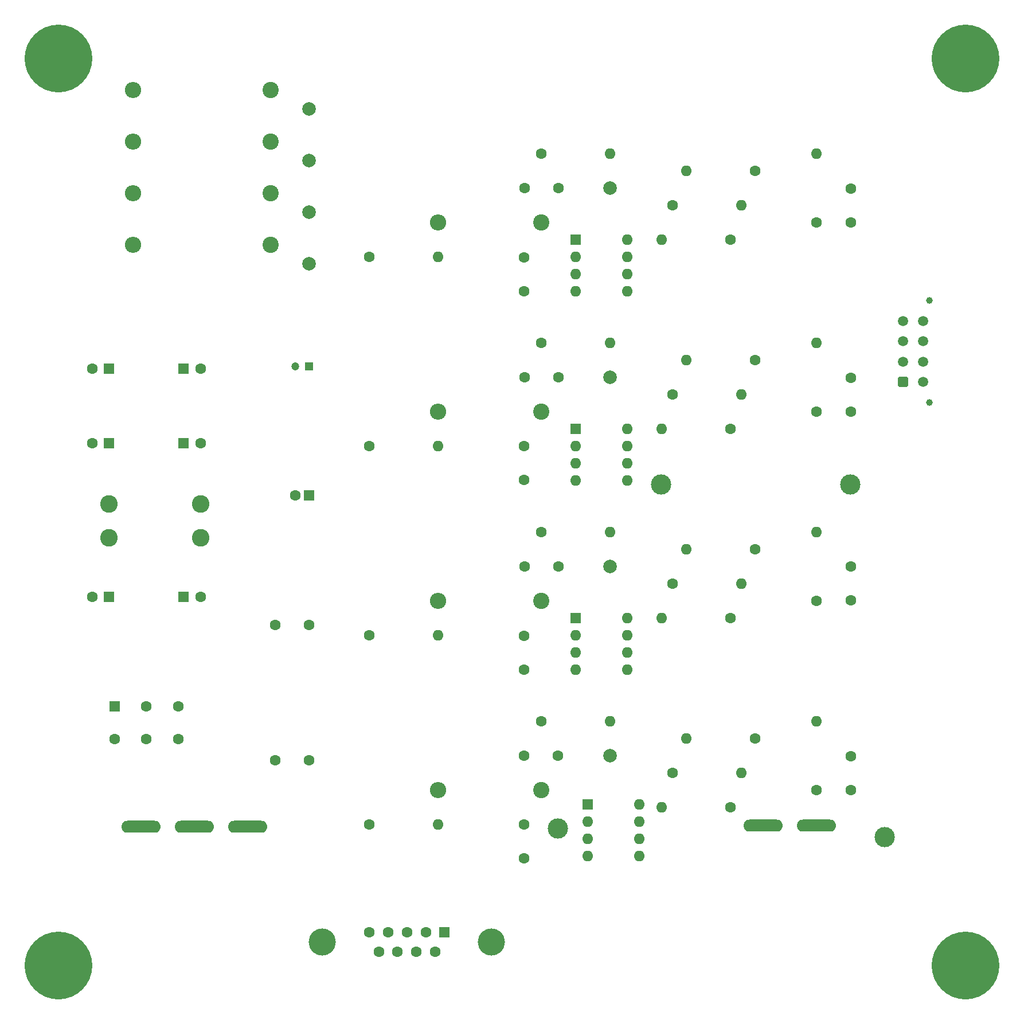
<source format=gbr>
%TF.GenerationSoftware,KiCad,Pcbnew,(7.0.0-0)*%
%TF.CreationDate,2024-05-06T17:20:27-04:00*%
%TF.ProjectId,BFieldArduino,42466965-6c64-4417-9264-75696e6f2e6b,rev?*%
%TF.SameCoordinates,Original*%
%TF.FileFunction,Soldermask,Bot*%
%TF.FilePolarity,Negative*%
%FSLAX46Y46*%
G04 Gerber Fmt 4.6, Leading zero omitted, Abs format (unit mm)*
G04 Created by KiCad (PCBNEW (7.0.0-0)) date 2024-05-06 17:20:27*
%MOMM*%
%LPD*%
G01*
G04 APERTURE LIST*
G04 Aperture macros list*
%AMRoundRect*
0 Rectangle with rounded corners*
0 $1 Rounding radius*
0 $2 $3 $4 $5 $6 $7 $8 $9 X,Y pos of 4 corners*
0 Add a 4 corners polygon primitive as box body*
4,1,4,$2,$3,$4,$5,$6,$7,$8,$9,$2,$3,0*
0 Add four circle primitives for the rounded corners*
1,1,$1+$1,$2,$3*
1,1,$1+$1,$4,$5*
1,1,$1+$1,$6,$7*
1,1,$1+$1,$8,$9*
0 Add four rect primitives between the rounded corners*
20,1,$1+$1,$2,$3,$4,$5,0*
20,1,$1+$1,$4,$5,$6,$7,0*
20,1,$1+$1,$6,$7,$8,$9,0*
20,1,$1+$1,$8,$9,$2,$3,0*%
G04 Aperture macros list end*
%ADD10C,3.000000*%
%ADD11O,5.842000X1.778000*%
%ADD12C,1.600000*%
%ADD13O,1.600000X1.600000*%
%ADD14C,10.000000*%
%ADD15R,1.600000X1.600000*%
%ADD16C,2.400000*%
%ADD17O,2.400000X2.400000*%
%ADD18C,2.000000*%
%ADD19R,1.200000X1.200000*%
%ADD20C,1.200000*%
%ADD21C,1.500000*%
%ADD22RoundRect,0.250001X0.499999X-0.499999X0.499999X0.499999X-0.499999X0.499999X-0.499999X-0.499999X0*%
%ADD23C,1.000000*%
%ADD24C,2.600000*%
%ADD25C,4.000000*%
G04 APERTURE END LIST*
D10*
%TO.C,H8*%
X154740000Y-134730000D03*
%TD*%
%TO.C,H7*%
X203000000Y-136000000D03*
%TD*%
%TO.C,H6*%
X197920000Y-83930000D03*
%TD*%
%TO.C,H5*%
X169980000Y-83930000D03*
%TD*%
D11*
%TO.C,U12*%
X185062999Y-134297299D03*
X192936999Y-134297299D03*
%TD*%
D12*
%TO.C,C7*%
X118020000Y-124695000D03*
X113020000Y-124695000D03*
%TD*%
%TO.C,R14*%
X171720000Y-70620000D03*
D13*
X181879999Y-70619999D03*
%TD*%
D14*
%TO.C,H4*%
X215000000Y-155000000D03*
%TD*%
D15*
%TO.C,U3*%
X157439999Y-75699999D03*
D13*
X157439999Y-78239999D03*
X157439999Y-80779999D03*
X157439999Y-83319999D03*
X165059999Y-83319999D03*
X165059999Y-80779999D03*
X165059999Y-78239999D03*
X165059999Y-75699999D03*
%TD*%
D12*
%TO.C,C19*%
X198080000Y-40220000D03*
X198080000Y-45220000D03*
%TD*%
%TO.C,R11*%
X183880000Y-37580000D03*
D13*
X173719999Y-37579999D03*
%TD*%
D12*
%TO.C,R8*%
X152360000Y-118880000D03*
D13*
X162519999Y-118879999D03*
%TD*%
D16*
%TO.C,R3*%
X152360000Y-73160000D03*
D17*
X137119999Y-73159999D03*
%TD*%
D12*
%TO.C,R22*%
X171720000Y-126500000D03*
D13*
X181879999Y-126499999D03*
%TD*%
%TO.C,U7*%
X166819999Y-131199999D03*
X166819999Y-133739999D03*
X166819999Y-136279999D03*
X166819999Y-138819999D03*
X159199999Y-138819999D03*
X159199999Y-136279999D03*
X159199999Y-133739999D03*
D15*
X159199999Y-131199999D03*
%TD*%
D12*
%TO.C,R24*%
X193000000Y-129040000D03*
D13*
X192999999Y-118879999D03*
%TD*%
D12*
%TO.C,C20*%
X198080000Y-68160000D03*
X198080000Y-73160000D03*
%TD*%
D16*
%TO.C,R28*%
X112340000Y-25640000D03*
D17*
X92019999Y-25639999D03*
%TD*%
D15*
%TO.C,C3*%
X88519999Y-66819999D03*
D12*
X86020000Y-66820000D03*
%TD*%
%TO.C,C18*%
X149820000Y-134120000D03*
X149820000Y-139120000D03*
%TD*%
%TO.C,C16*%
X149820000Y-111260000D03*
X149820000Y-106260000D03*
%TD*%
D14*
%TO.C,H3*%
X81000000Y-155000000D03*
%TD*%
D12*
%TO.C,C13*%
X154900000Y-68080000D03*
X149900000Y-68080000D03*
%TD*%
%TO.C,R31*%
X126960000Y-106180000D03*
D13*
X137119999Y-106179999D03*
%TD*%
D12*
%TO.C,R18*%
X171720000Y-98560000D03*
D13*
X181879999Y-98559999D03*
%TD*%
D12*
%TO.C,R20*%
X193000000Y-101100000D03*
D13*
X192999999Y-90939999D03*
%TD*%
D18*
%TO.C,TP7*%
X162520000Y-96020000D03*
%TD*%
D19*
%TO.C,C10*%
X118019999Y-66499999D03*
D20*
X116020000Y-66500000D03*
%TD*%
D18*
%TO.C,TP1*%
X118020000Y-51360000D03*
%TD*%
D12*
%TO.C,C22*%
X198080000Y-124040000D03*
X198080000Y-129040000D03*
%TD*%
D14*
%TO.C,H2*%
X81000000Y-21000000D03*
%TD*%
D11*
%TO.C,U11*%
X93251999Y-134499999D03*
X101125999Y-134499999D03*
X108999999Y-134499999D03*
%TD*%
D16*
%TO.C,R5*%
X152360000Y-101100000D03*
D17*
X137119999Y-101099999D03*
%TD*%
D12*
%TO.C,C12*%
X149820000Y-55380000D03*
X149820000Y-50380000D03*
%TD*%
D21*
%TO.C,J2*%
X208720000Y-59780000D03*
X208720000Y-62780000D03*
X208720000Y-65780000D03*
X208720000Y-68780000D03*
X205720000Y-59780000D03*
X205720000Y-62780000D03*
X205720000Y-65780000D03*
D22*
X205720000Y-68780000D03*
D23*
X209660000Y-56780000D03*
X209660000Y-71780000D03*
%TD*%
D18*
%TO.C,TP8*%
X162520000Y-123960000D03*
%TD*%
D14*
%TO.C,H1*%
X215000000Y-21000000D03*
%TD*%
D18*
%TO.C,TP2*%
X118020000Y-43740000D03*
%TD*%
D12*
%TO.C,C8*%
X118020000Y-104695000D03*
X113020000Y-104695000D03*
%TD*%
%TO.C,R21*%
X180300000Y-131580000D03*
D13*
X170139999Y-131579999D03*
%TD*%
D12*
%TO.C,R30*%
X126960000Y-78240000D03*
D13*
X137119999Y-78239999D03*
%TD*%
D15*
%TO.C,C6*%
X99519999Y-66819999D03*
D12*
X102020000Y-66820000D03*
%TD*%
%TO.C,R6*%
X152360000Y-90940000D03*
D13*
X162519999Y-90939999D03*
%TD*%
D12*
%TO.C,R10*%
X171720000Y-42660000D03*
D13*
X181879999Y-42659999D03*
%TD*%
D12*
%TO.C,R29*%
X126960000Y-50300000D03*
D13*
X137119999Y-50299999D03*
%TD*%
D16*
%TO.C,R25*%
X112340000Y-48500000D03*
D17*
X92019999Y-48499999D03*
%TD*%
D12*
%TO.C,R9*%
X180300000Y-47760000D03*
D13*
X170139999Y-47759999D03*
%TD*%
D12*
%TO.C,R17*%
X180300000Y-103640000D03*
D13*
X170139999Y-103639999D03*
%TD*%
D18*
%TO.C,TP4*%
X118020000Y-28500000D03*
%TD*%
D13*
%TO.C,R13*%
X170139999Y-75699999D03*
D12*
X180300000Y-75700000D03*
%TD*%
D24*
%TO.C,L1*%
X88520000Y-91820000D03*
X88520000Y-86820000D03*
%TD*%
D12*
%TO.C,R19*%
X183880000Y-93480000D03*
D13*
X173719999Y-93479999D03*
%TD*%
D12*
%TO.C,C17*%
X154820000Y-123960000D03*
X149820000Y-123960000D03*
%TD*%
D16*
%TO.C,R1*%
X152360000Y-45220000D03*
D17*
X137119999Y-45219999D03*
%TD*%
D12*
%TO.C,C21*%
X198080000Y-96020000D03*
X198080000Y-101020000D03*
%TD*%
%TO.C,C15*%
X154900000Y-96020000D03*
X149900000Y-96020000D03*
%TD*%
%TO.C,R2*%
X152360000Y-35060000D03*
D13*
X162519999Y-35059999D03*
%TD*%
D15*
%TO.C,C9*%
X118019999Y-85499999D03*
D12*
X116020000Y-85500000D03*
%TD*%
%TO.C,R32*%
X126960000Y-134120000D03*
D13*
X137119999Y-134119999D03*
%TD*%
D12*
%TO.C,R12*%
X193000000Y-45220000D03*
D13*
X192999999Y-35059999D03*
%TD*%
D15*
%TO.C,U5*%
X157439999Y-103639999D03*
D13*
X157439999Y-106179999D03*
X157439999Y-108719999D03*
X157439999Y-111259999D03*
X165059999Y-111259999D03*
X165059999Y-108719999D03*
X165059999Y-106179999D03*
X165059999Y-103639999D03*
%TD*%
D12*
%TO.C,C11*%
X154900000Y-40140000D03*
X149900000Y-40140000D03*
%TD*%
D15*
%TO.C,C1*%
X88519999Y-100499999D03*
D12*
X86020000Y-100500000D03*
%TD*%
D25*
%TO.C,J1*%
X120000000Y-151500000D03*
X145000000Y-151500000D03*
D15*
X138039999Y-150079999D03*
D12*
X135270000Y-150080000D03*
X132500000Y-150080000D03*
X129730000Y-150080000D03*
X126960000Y-150080000D03*
X136655000Y-152920000D03*
X133885000Y-152920000D03*
X131115000Y-152920000D03*
X128345000Y-152920000D03*
%TD*%
D15*
%TO.C,C4*%
X99519999Y-100499999D03*
D12*
X102020000Y-100500000D03*
%TD*%
D18*
%TO.C,TP6*%
X162520000Y-68080000D03*
%TD*%
D12*
%TO.C,R23*%
X183880000Y-121420000D03*
D13*
X173719999Y-121419999D03*
%TD*%
D15*
%TO.C,U1*%
X157439999Y-47759999D03*
D13*
X157439999Y-50299999D03*
X157439999Y-52839999D03*
X157439999Y-55379999D03*
X165059999Y-55379999D03*
X165059999Y-52839999D03*
X165059999Y-50299999D03*
X165059999Y-47759999D03*
%TD*%
D16*
%TO.C,R27*%
X112340000Y-33260000D03*
D17*
X92019999Y-33259999D03*
%TD*%
D16*
%TO.C,R26*%
X112340000Y-40880000D03*
D17*
X92019999Y-40879999D03*
%TD*%
D18*
%TO.C,TP3*%
X118020000Y-36120000D03*
%TD*%
D12*
%TO.C,R16*%
X193000000Y-73160000D03*
D13*
X192999999Y-62999999D03*
%TD*%
D12*
%TO.C,R15*%
X183880000Y-65540000D03*
D13*
X173719999Y-65539999D03*
%TD*%
D15*
%TO.C,C2*%
X88519999Y-77819999D03*
D12*
X86020000Y-77820000D03*
%TD*%
D15*
%TO.C,SW1*%
X89319999Y-116669999D03*
D12*
X94020000Y-116670000D03*
X98720000Y-116670000D03*
X89320000Y-121500000D03*
X94020000Y-121500000D03*
X98720000Y-121500000D03*
%TD*%
D24*
%TO.C,L2*%
X102020000Y-91820000D03*
X102020000Y-86820000D03*
%TD*%
D12*
%TO.C,R4*%
X152360000Y-63000000D03*
D13*
X162519999Y-62999999D03*
%TD*%
D18*
%TO.C,TP5*%
X162520000Y-40140000D03*
%TD*%
D15*
%TO.C,C5*%
X99519999Y-77819999D03*
D12*
X102020000Y-77820000D03*
%TD*%
D16*
%TO.C,R7*%
X152360000Y-129040000D03*
D17*
X137119999Y-129039999D03*
%TD*%
D12*
%TO.C,C14*%
X149820000Y-83240000D03*
X149820000Y-78240000D03*
%TD*%
M02*

</source>
